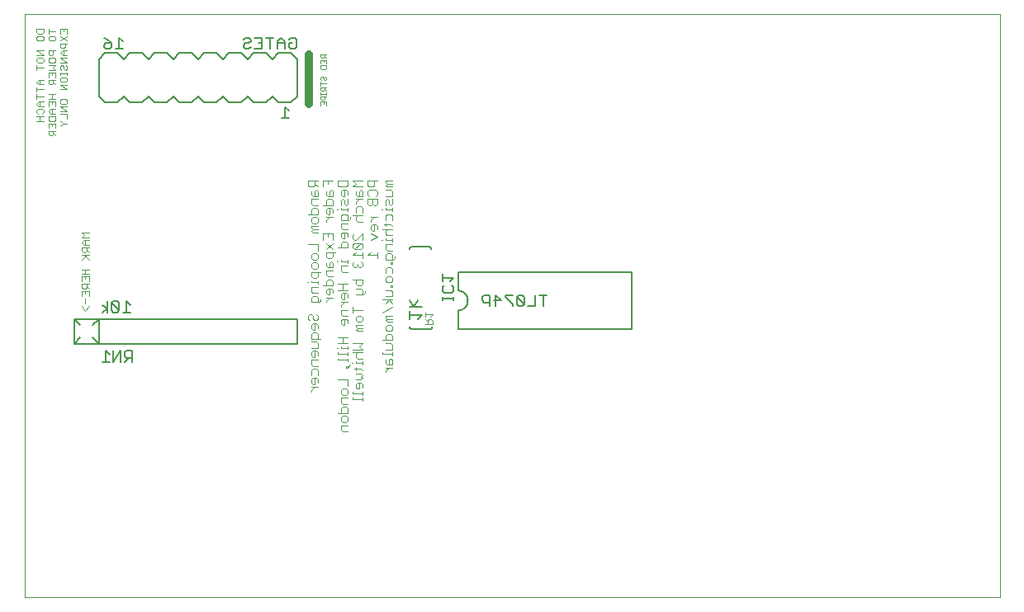
<source format=gbo>
G75*
G70*
%OFA0B0*%
%FSLAX24Y24*%
%IPPOS*%
%LPD*%
%AMOC8*
5,1,8,0,0,1.08239X$1,22.5*
%
%ADD10C,0.0000*%
%ADD11C,0.0320*%
%ADD12C,0.0020*%
%ADD13C,0.0030*%
%ADD14C,0.0040*%
%ADD15C,0.0060*%
%ADD16C,0.0050*%
D10*
X000180Y000680D02*
X000180Y024251D01*
X039550Y024251D01*
X039550Y000680D01*
X000180Y000680D01*
D11*
X011667Y020629D02*
X011667Y022629D01*
D12*
X012136Y022623D02*
X012136Y022513D01*
X012173Y022476D01*
X012246Y022476D01*
X012283Y022513D01*
X012283Y022623D01*
X012356Y022623D02*
X012136Y022623D01*
X012283Y022550D02*
X012356Y022476D01*
X012356Y022402D02*
X012356Y022255D01*
X012356Y022181D02*
X012356Y022071D01*
X012319Y022034D01*
X012173Y022034D01*
X012136Y022071D01*
X012136Y022181D01*
X012356Y022181D01*
X012246Y022329D02*
X012246Y022402D01*
X012136Y022402D02*
X012356Y022402D01*
X012136Y022402D02*
X012136Y022255D01*
X012173Y021739D02*
X012209Y021739D01*
X012246Y021702D01*
X012246Y021629D01*
X012283Y021592D01*
X012319Y021592D01*
X012356Y021629D01*
X012356Y021702D01*
X012319Y021739D01*
X012173Y021739D02*
X012136Y021702D01*
X012136Y021629D01*
X012173Y021592D01*
X012136Y021518D02*
X012136Y021371D01*
X012136Y021445D02*
X012356Y021445D01*
X012356Y021297D02*
X012136Y021297D01*
X012136Y021187D01*
X012173Y021150D01*
X012246Y021150D01*
X012283Y021187D01*
X012283Y021297D01*
X012283Y021224D02*
X012356Y021150D01*
X012356Y021076D02*
X012356Y021003D01*
X012356Y021039D02*
X012136Y021039D01*
X012136Y021003D02*
X012136Y021076D01*
X012136Y020929D02*
X012136Y020819D01*
X012173Y020782D01*
X012246Y020782D01*
X012283Y020819D01*
X012283Y020929D01*
X012356Y020929D02*
X012136Y020929D01*
X012136Y020708D02*
X012356Y020708D01*
X012356Y020561D01*
X012246Y020634D02*
X012246Y020708D01*
X012136Y020708D02*
X012136Y020561D01*
D13*
X012242Y017523D02*
X012242Y017276D01*
X012366Y017092D02*
X012366Y016969D01*
X012427Y016907D01*
X012613Y016907D01*
X012613Y017092D01*
X012551Y017154D01*
X012489Y017092D01*
X012489Y016907D01*
X012427Y016786D02*
X012366Y016724D01*
X012366Y016539D01*
X012242Y016539D02*
X012613Y016539D01*
X012613Y016724D01*
X012551Y016786D01*
X012427Y016786D01*
X012427Y016418D02*
X012366Y016356D01*
X012366Y016232D01*
X012427Y016171D01*
X012489Y016171D01*
X012489Y016418D01*
X012551Y016418D02*
X012427Y016418D01*
X012551Y016418D02*
X012613Y016356D01*
X012613Y016232D01*
X012613Y016049D02*
X012366Y016049D01*
X012489Y016049D02*
X012366Y015926D01*
X012366Y015864D01*
X012013Y015864D02*
X012013Y015988D01*
X011951Y016049D01*
X011827Y016049D01*
X011766Y015988D01*
X011766Y015864D01*
X011827Y015802D01*
X011951Y015802D01*
X012013Y015864D01*
X012013Y015681D02*
X011766Y015681D01*
X011766Y015619D01*
X011827Y015557D01*
X011766Y015496D01*
X011827Y015434D01*
X012013Y015434D01*
X012013Y015557D02*
X011827Y015557D01*
X012242Y015374D02*
X012613Y015374D01*
X012613Y015127D01*
X012613Y015006D02*
X012366Y014759D01*
X012366Y014637D02*
X012366Y014452D01*
X012427Y014390D01*
X012551Y014390D01*
X012613Y014452D01*
X012613Y014637D01*
X012613Y014759D02*
X012366Y015006D01*
X012242Y015127D02*
X012242Y015374D01*
X012427Y015374D02*
X012427Y015251D01*
X012013Y014944D02*
X012013Y014697D01*
X011951Y014576D02*
X012013Y014514D01*
X012013Y014391D01*
X011951Y014329D01*
X011827Y014329D01*
X011766Y014391D01*
X011766Y014514D01*
X011827Y014576D01*
X011951Y014576D01*
X011951Y014208D02*
X012013Y014146D01*
X012013Y014023D01*
X011951Y013961D01*
X011827Y013961D01*
X011766Y014023D01*
X011766Y014146D01*
X011827Y014208D01*
X011951Y014208D01*
X012366Y014207D02*
X012366Y014084D01*
X012427Y014022D01*
X012613Y014022D01*
X012613Y014207D01*
X012551Y014269D01*
X012489Y014207D01*
X012489Y014022D01*
X012366Y013901D02*
X012366Y013716D01*
X012427Y013654D01*
X012613Y013654D01*
X012551Y013532D02*
X012427Y013532D01*
X012366Y013471D01*
X012366Y013286D01*
X012242Y013286D02*
X012613Y013286D01*
X012613Y013471D01*
X012551Y013532D01*
X012842Y013348D02*
X013213Y013348D01*
X013027Y013348D02*
X013027Y013101D01*
X013027Y012980D02*
X012966Y012918D01*
X012966Y012795D01*
X013027Y012733D01*
X013089Y012733D01*
X013089Y012980D01*
X013151Y012980D02*
X013027Y012980D01*
X013151Y012980D02*
X013213Y012918D01*
X013213Y012795D01*
X013213Y012612D02*
X012966Y012612D01*
X013089Y012612D02*
X012966Y012488D01*
X012966Y012426D01*
X012966Y012305D02*
X012966Y012120D01*
X013027Y012058D01*
X013213Y012058D01*
X013151Y011936D02*
X013027Y011936D01*
X012966Y011875D01*
X012966Y011751D01*
X013027Y011690D01*
X013089Y011690D01*
X013089Y011936D01*
X013151Y011936D02*
X013213Y011875D01*
X013213Y011751D01*
X013566Y011691D02*
X013566Y011629D01*
X013627Y011567D01*
X013566Y011506D01*
X013627Y011444D01*
X013813Y011444D01*
X013813Y011567D02*
X013627Y011567D01*
X013566Y011691D02*
X013813Y011691D01*
X013751Y011812D02*
X013627Y011812D01*
X013566Y011874D01*
X013566Y011997D01*
X013627Y012059D01*
X013751Y012059D01*
X013813Y011997D01*
X013813Y011874D01*
X013751Y011812D01*
X013442Y012181D02*
X013442Y012427D01*
X013442Y012304D02*
X013813Y012304D01*
X013213Y012305D02*
X012966Y012305D01*
X012613Y012796D02*
X012366Y012796D01*
X012489Y012796D02*
X012366Y012672D01*
X012366Y012611D01*
X012136Y012672D02*
X012074Y012610D01*
X011766Y012610D01*
X011766Y012795D01*
X011827Y012857D01*
X011951Y012857D01*
X012013Y012795D01*
X012013Y012610D01*
X012136Y012672D02*
X012136Y012734D01*
X012013Y012979D02*
X011827Y012979D01*
X011766Y013040D01*
X011766Y013225D01*
X012013Y013225D01*
X012013Y013348D02*
X012013Y013471D01*
X012013Y013409D02*
X011766Y013409D01*
X011766Y013471D01*
X011827Y013592D02*
X011951Y013592D01*
X012013Y013654D01*
X012013Y013839D01*
X012136Y013839D02*
X011766Y013839D01*
X011766Y013654D01*
X011827Y013592D01*
X011642Y013409D02*
X011580Y013409D01*
X012366Y013102D02*
X012366Y012979D01*
X012427Y012917D01*
X012489Y012917D01*
X012489Y013164D01*
X012551Y013164D02*
X012427Y013164D01*
X012366Y013102D01*
X012551Y013164D02*
X012613Y013102D01*
X012613Y012979D01*
X012842Y013101D02*
X013213Y013101D01*
X013566Y013164D02*
X013751Y013164D01*
X013813Y013102D01*
X013813Y012917D01*
X013874Y012917D02*
X013936Y012979D01*
X013936Y013041D01*
X013874Y012917D02*
X013566Y012917D01*
X013627Y013286D02*
X013566Y013347D01*
X013566Y013532D01*
X013442Y013532D02*
X013813Y013532D01*
X013813Y013347D01*
X013751Y013286D01*
X013627Y013286D01*
X013213Y013838D02*
X013027Y013838D01*
X012966Y013900D01*
X012966Y014085D01*
X013213Y014085D01*
X013213Y014207D02*
X013213Y014330D01*
X013213Y014269D02*
X012966Y014269D01*
X012966Y014330D01*
X012842Y014269D02*
X012780Y014269D01*
X012736Y014637D02*
X012366Y014637D01*
X012013Y014944D02*
X011642Y014944D01*
X012842Y014820D02*
X013213Y014820D01*
X013213Y015005D01*
X013151Y015067D01*
X013027Y015067D01*
X012966Y015005D01*
X012966Y014820D01*
X013442Y014821D02*
X013442Y014944D01*
X013504Y015006D01*
X013751Y015006D01*
X013504Y014759D01*
X013751Y014759D01*
X013813Y014821D01*
X013813Y014944D01*
X013751Y015006D01*
X013813Y015127D02*
X013813Y015374D01*
X013566Y015127D01*
X013504Y015127D01*
X013442Y015189D01*
X013442Y015312D01*
X013504Y015374D01*
X013213Y015374D02*
X013151Y015435D01*
X013027Y015435D01*
X012966Y015374D01*
X012966Y015250D01*
X013027Y015189D01*
X013089Y015189D01*
X013089Y015435D01*
X013027Y015557D02*
X013213Y015557D01*
X013213Y015374D02*
X013213Y015250D01*
X013027Y015557D02*
X012966Y015619D01*
X012966Y015804D01*
X013213Y015804D01*
X013213Y015925D02*
X013213Y016110D01*
X013151Y016172D01*
X013027Y016172D01*
X012966Y016110D01*
X012966Y015925D01*
X013274Y015925D01*
X013336Y015987D01*
X013336Y016049D01*
X013442Y016111D02*
X013813Y016111D01*
X013813Y016232D02*
X013813Y016417D01*
X013751Y016479D01*
X013627Y016479D01*
X013566Y016417D01*
X013566Y016232D01*
X013627Y016111D02*
X013566Y016049D01*
X013566Y015925D01*
X013627Y015864D01*
X013813Y015864D01*
X014166Y015864D02*
X014166Y015926D01*
X014289Y016049D01*
X014166Y016049D02*
X014413Y016049D01*
X014351Y015742D02*
X014227Y015742D01*
X014166Y015681D01*
X014166Y015557D01*
X014227Y015495D01*
X014289Y015495D01*
X014289Y015742D01*
X014351Y015742D02*
X014413Y015681D01*
X014413Y015557D01*
X014642Y015558D02*
X015013Y015558D01*
X015013Y015680D02*
X014951Y015742D01*
X014704Y015742D01*
X014766Y015804D02*
X014766Y015680D01*
X014827Y015558D02*
X014766Y015496D01*
X014766Y015373D01*
X014827Y015311D01*
X015013Y015311D01*
X015013Y015190D02*
X015013Y015066D01*
X015013Y015128D02*
X014766Y015128D01*
X014766Y015190D01*
X014642Y015128D02*
X014580Y015128D01*
X014413Y015251D02*
X014166Y015127D01*
X014166Y015374D02*
X014413Y015251D01*
X014766Y014944D02*
X014766Y014759D01*
X014827Y014697D01*
X015013Y014697D01*
X014951Y014576D02*
X014827Y014576D01*
X014766Y014514D01*
X014766Y014329D01*
X015074Y014329D01*
X015136Y014391D01*
X015136Y014453D01*
X015013Y014514D02*
X015013Y014329D01*
X015013Y014208D02*
X015013Y014146D01*
X014951Y014146D01*
X014951Y014208D01*
X015013Y014208D01*
X014951Y014024D02*
X014827Y014024D01*
X014766Y013962D01*
X014766Y013777D01*
X014827Y013655D02*
X014951Y013655D01*
X015013Y013593D01*
X015013Y013470D01*
X014951Y013408D01*
X014827Y013408D01*
X014766Y013470D01*
X014766Y013593D01*
X014827Y013655D01*
X015013Y013777D02*
X015013Y013962D01*
X014951Y014024D01*
X015013Y014514D02*
X014951Y014576D01*
X015013Y014944D02*
X014766Y014944D01*
X014413Y014637D02*
X014413Y014390D01*
X014413Y014514D02*
X014042Y014514D01*
X014166Y014637D01*
X013813Y014637D02*
X013813Y014390D01*
X013813Y014514D02*
X013442Y014514D01*
X013566Y014637D01*
X013504Y014759D02*
X013442Y014821D01*
X013504Y014269D02*
X013442Y014207D01*
X013442Y014084D01*
X013504Y014022D01*
X013566Y014022D01*
X013627Y014084D01*
X013689Y014022D01*
X013751Y014022D01*
X013813Y014084D01*
X013813Y014207D01*
X013751Y014269D01*
X013627Y014146D02*
X013627Y014084D01*
X012613Y013901D02*
X012366Y013901D01*
X014766Y013103D02*
X014951Y013103D01*
X015013Y013041D01*
X015013Y012856D01*
X014766Y012856D01*
X014889Y012734D02*
X014766Y012549D01*
X014889Y012734D02*
X015013Y012549D01*
X015013Y012427D02*
X014642Y012181D01*
X014766Y012059D02*
X014766Y011997D01*
X014827Y011936D01*
X014766Y011874D01*
X014827Y011812D01*
X015013Y011812D01*
X015013Y011936D02*
X014827Y011936D01*
X014766Y012059D02*
X015013Y012059D01*
X014951Y011691D02*
X014827Y011691D01*
X014766Y011629D01*
X014766Y011506D01*
X014827Y011444D01*
X014951Y011444D01*
X015013Y011506D01*
X015013Y011629D01*
X014951Y011691D01*
X014951Y011323D02*
X014827Y011323D01*
X014766Y011261D01*
X014766Y011076D01*
X014766Y010954D02*
X014951Y010954D01*
X015013Y010893D01*
X015013Y010707D01*
X014766Y010707D01*
X014642Y010586D02*
X014642Y010524D01*
X015013Y010524D01*
X015013Y010586D02*
X015013Y010462D01*
X014951Y010340D02*
X014889Y010279D01*
X014889Y010093D01*
X014827Y010093D02*
X015013Y010093D01*
X015013Y010279D01*
X014951Y010340D01*
X014766Y010279D02*
X014766Y010155D01*
X014827Y010093D01*
X014766Y009972D02*
X015013Y009972D01*
X014889Y009972D02*
X014766Y009849D01*
X014766Y009787D01*
X013813Y009849D02*
X013751Y009910D01*
X013504Y009910D01*
X013566Y009849D02*
X013566Y009972D01*
X013566Y010156D02*
X013813Y010156D01*
X013813Y010218D02*
X013813Y010094D01*
X013813Y010339D02*
X013627Y010339D01*
X013566Y010401D01*
X013566Y010524D01*
X013627Y010586D01*
X013442Y010586D02*
X013813Y010586D01*
X013813Y010707D02*
X013442Y010707D01*
X013213Y010708D02*
X013213Y010831D01*
X013213Y010770D02*
X012966Y010770D01*
X012966Y010831D01*
X013027Y010953D02*
X013027Y011200D01*
X012842Y011200D02*
X013213Y011200D01*
X013213Y010953D02*
X012842Y010953D01*
X012842Y010770D02*
X012780Y010770D01*
X012842Y010586D02*
X012842Y010524D01*
X013213Y010524D01*
X013213Y010586D02*
X013213Y010462D01*
X013213Y010340D02*
X013213Y010217D01*
X013213Y010279D02*
X012842Y010279D01*
X012842Y010340D01*
X013151Y010033D02*
X013213Y010033D01*
X013213Y009971D01*
X013151Y009971D01*
X013151Y010033D01*
X013213Y009971D02*
X013336Y010095D01*
X013380Y010156D02*
X013442Y010156D01*
X013566Y010156D02*
X013566Y010218D01*
X013566Y009727D02*
X013751Y009727D01*
X013813Y009665D01*
X013751Y009603D01*
X013813Y009541D01*
X013751Y009480D01*
X013566Y009480D01*
X013627Y009358D02*
X013566Y009296D01*
X013566Y009173D01*
X013627Y009111D01*
X013689Y009111D01*
X013689Y009358D01*
X013751Y009358D02*
X013627Y009358D01*
X013751Y009358D02*
X013813Y009296D01*
X013813Y009173D01*
X013813Y008990D02*
X013813Y008866D01*
X013813Y008928D02*
X013442Y008928D01*
X013442Y008990D01*
X013213Y009051D02*
X013213Y008927D01*
X013151Y008866D01*
X013027Y008866D01*
X012966Y008927D01*
X012966Y009051D01*
X013027Y009113D01*
X013151Y009113D01*
X013213Y009051D01*
X013213Y009234D02*
X013213Y009481D01*
X012842Y009481D01*
X012966Y008744D02*
X012966Y008559D01*
X013027Y008497D01*
X013213Y008497D01*
X013151Y008376D02*
X013027Y008376D01*
X012966Y008314D01*
X012966Y008129D01*
X012842Y008129D02*
X013213Y008129D01*
X013213Y008314D01*
X013151Y008376D01*
X013151Y008008D02*
X013213Y007946D01*
X013213Y007823D01*
X013151Y007761D01*
X013027Y007761D01*
X012966Y007823D01*
X012966Y007946D01*
X013027Y008008D01*
X013151Y008008D01*
X013213Y007639D02*
X012966Y007639D01*
X012966Y007454D01*
X013027Y007393D01*
X013213Y007393D01*
X013442Y008683D02*
X013813Y008683D01*
X013813Y008744D02*
X013813Y008621D01*
X013442Y008683D02*
X013442Y008744D01*
X013213Y008744D02*
X012966Y008744D01*
X012013Y009174D02*
X011766Y009174D01*
X011889Y009174D02*
X011766Y009051D01*
X011766Y008989D01*
X011827Y009295D02*
X011889Y009295D01*
X011889Y009542D01*
X011827Y009542D02*
X011766Y009481D01*
X011766Y009357D01*
X011827Y009295D01*
X012013Y009357D02*
X012013Y009481D01*
X011951Y009542D01*
X011827Y009542D01*
X011766Y009664D02*
X011766Y009849D01*
X011827Y009911D01*
X011951Y009911D01*
X012013Y009849D01*
X012013Y009664D01*
X012013Y010032D02*
X011827Y010032D01*
X011766Y010094D01*
X011766Y010279D01*
X012013Y010279D01*
X011889Y010400D02*
X011889Y010647D01*
X011827Y010647D02*
X011766Y010586D01*
X011766Y010462D01*
X011827Y010400D01*
X011889Y010400D01*
X012013Y010462D02*
X012013Y010586D01*
X011951Y010647D01*
X011827Y010647D01*
X011766Y010769D02*
X012013Y010769D01*
X012013Y010954D01*
X011951Y011016D01*
X011766Y011016D01*
X011766Y011137D02*
X011766Y011322D01*
X011827Y011384D01*
X011951Y011384D01*
X012013Y011322D01*
X012013Y011137D01*
X012136Y011137D02*
X011766Y011137D01*
X011827Y011505D02*
X011889Y011505D01*
X011889Y011752D01*
X011827Y011752D02*
X011766Y011691D01*
X011766Y011567D01*
X011827Y011505D01*
X012013Y011567D02*
X012013Y011691D01*
X011951Y011752D01*
X011827Y011752D01*
X011889Y011874D02*
X011951Y011874D01*
X012013Y011935D01*
X012013Y012059D01*
X011951Y012121D01*
X011827Y012059D02*
X011827Y011935D01*
X011889Y011874D01*
X011704Y011874D02*
X011642Y011935D01*
X011642Y012059D01*
X011704Y012121D01*
X011766Y012121D01*
X011827Y012059D01*
X013442Y010954D02*
X013813Y010954D01*
X013689Y010831D01*
X013813Y010707D01*
X014642Y011076D02*
X015013Y011076D01*
X015013Y011261D01*
X014951Y011323D01*
X016364Y011719D02*
X016654Y011719D01*
X016654Y011864D01*
X016606Y011913D01*
X016509Y011913D01*
X016461Y011864D01*
X016461Y011719D01*
X016461Y011816D02*
X016364Y011913D01*
X016364Y012014D02*
X016364Y012207D01*
X016364Y012111D02*
X016654Y012111D01*
X016557Y012014D01*
X015013Y012734D02*
X014642Y012734D01*
X014951Y013225D02*
X015013Y013225D01*
X015013Y013287D01*
X014951Y013287D01*
X014951Y013225D01*
X015013Y015925D02*
X015013Y016110D01*
X014951Y016172D01*
X014827Y016172D01*
X014766Y016110D01*
X014766Y015925D01*
X014766Y016356D02*
X015013Y016356D01*
X015013Y016418D02*
X015013Y016294D01*
X014951Y016539D02*
X014889Y016601D01*
X014889Y016724D01*
X014827Y016786D01*
X014766Y016724D01*
X014766Y016539D01*
X014766Y016418D02*
X014766Y016356D01*
X014642Y016356D02*
X014580Y016356D01*
X014351Y016539D02*
X014413Y016601D01*
X014413Y016786D01*
X014042Y016786D01*
X014042Y016601D01*
X014104Y016539D01*
X014166Y016539D01*
X014227Y016601D01*
X014227Y016786D01*
X014104Y016907D02*
X014042Y016969D01*
X014042Y017092D01*
X014104Y017154D01*
X014351Y017154D01*
X014413Y017092D01*
X014413Y016969D01*
X014351Y016907D01*
X014227Y017276D02*
X014289Y017337D01*
X014289Y017523D01*
X014413Y017523D02*
X014042Y017523D01*
X014042Y017337D01*
X014104Y017276D01*
X014227Y017276D01*
X013813Y017276D02*
X013442Y017276D01*
X013566Y017399D01*
X013442Y017523D01*
X013813Y017523D01*
X013751Y017154D02*
X013689Y017092D01*
X013689Y016907D01*
X013627Y016907D02*
X013813Y016907D01*
X013813Y017092D01*
X013751Y017154D01*
X013566Y017092D02*
X013566Y016969D01*
X013627Y016907D01*
X013566Y016786D02*
X013813Y016786D01*
X013689Y016786D02*
X013566Y016662D01*
X013566Y016601D01*
X013213Y016601D02*
X013213Y016786D01*
X013089Y016724D02*
X013027Y016786D01*
X012966Y016724D01*
X012966Y016539D01*
X012966Y016418D02*
X012966Y016356D01*
X013213Y016356D01*
X013213Y016418D02*
X013213Y016294D01*
X013151Y016539D02*
X013089Y016601D01*
X013089Y016724D01*
X013213Y016601D02*
X013151Y016539D01*
X012842Y016356D02*
X012780Y016356D01*
X012013Y016356D02*
X011951Y016418D01*
X011827Y016418D01*
X011766Y016356D01*
X011766Y016171D01*
X011642Y016171D02*
X012013Y016171D01*
X012013Y016356D01*
X012013Y016539D02*
X011827Y016539D01*
X011766Y016601D01*
X011766Y016786D01*
X012013Y016786D01*
X012013Y016907D02*
X012013Y017092D01*
X011951Y017154D01*
X011889Y017092D01*
X011889Y016907D01*
X011827Y016907D02*
X012013Y016907D01*
X011827Y016907D02*
X011766Y016969D01*
X011766Y017092D01*
X011827Y017276D02*
X011889Y017337D01*
X011889Y017523D01*
X012013Y017523D02*
X011642Y017523D01*
X011642Y017337D01*
X011704Y017276D01*
X011827Y017276D01*
X011889Y017399D02*
X012013Y017276D01*
X012242Y017523D02*
X012613Y017523D01*
X012427Y017523D02*
X012427Y017399D01*
X012842Y017337D02*
X012842Y017523D01*
X013213Y017523D01*
X013213Y017337D01*
X013151Y017276D01*
X012904Y017276D01*
X012842Y017337D01*
X013027Y017154D02*
X012966Y017092D01*
X012966Y016969D01*
X013027Y016907D01*
X013089Y016907D01*
X013089Y017154D01*
X013151Y017154D02*
X013027Y017154D01*
X013151Y017154D02*
X013213Y017092D01*
X013213Y016969D01*
X014227Y016601D02*
X014289Y016539D01*
X014351Y016539D01*
X014766Y016907D02*
X015013Y016907D01*
X015013Y017092D01*
X014951Y017154D01*
X014766Y017154D01*
X014827Y017276D02*
X015013Y017276D01*
X015013Y017399D02*
X014827Y017399D01*
X014766Y017337D01*
X014827Y017276D01*
X014827Y017399D02*
X014766Y017461D01*
X014766Y017523D01*
X015013Y017523D01*
X015013Y016786D02*
X015013Y016601D01*
X014951Y016539D01*
X002790Y015413D02*
X002500Y015413D01*
X002597Y015316D01*
X002500Y015219D01*
X002790Y015219D01*
X002790Y015118D02*
X002597Y015118D01*
X002500Y015021D01*
X002597Y014924D01*
X002790Y014924D01*
X002790Y014823D02*
X002500Y014823D01*
X002500Y014678D01*
X002548Y014630D01*
X002645Y014630D01*
X002693Y014678D01*
X002693Y014823D01*
X002693Y014726D02*
X002790Y014630D01*
X002790Y014529D02*
X002500Y014529D01*
X002645Y014480D02*
X002790Y014335D01*
X002693Y014529D02*
X002500Y014335D01*
X002500Y013939D02*
X002790Y013939D01*
X002645Y013939D02*
X002645Y013746D01*
X002645Y013645D02*
X002645Y013548D01*
X002790Y013645D02*
X002790Y013451D01*
X002790Y013350D02*
X002500Y013350D01*
X002500Y013205D01*
X002548Y013156D01*
X002645Y013156D01*
X002693Y013205D01*
X002693Y013350D01*
X002693Y013253D02*
X002790Y013156D01*
X002790Y013055D02*
X002790Y012862D01*
X002645Y012959D02*
X002645Y013055D01*
X002500Y013055D02*
X002790Y013055D01*
X002500Y013055D02*
X002500Y012862D01*
X002645Y012761D02*
X002645Y012567D01*
X002790Y012466D02*
X002645Y012272D01*
X002500Y012466D01*
X002500Y013451D02*
X002500Y013645D01*
X002790Y013645D01*
X002790Y013746D02*
X002500Y013746D01*
X002645Y014924D02*
X002645Y015118D01*
D14*
X001430Y019348D02*
X001337Y019441D01*
X001337Y019395D02*
X001337Y019535D01*
X001430Y019535D02*
X001150Y019535D01*
X001150Y019395D01*
X001196Y019348D01*
X001290Y019348D01*
X001337Y019395D01*
X001430Y019643D02*
X001430Y019830D01*
X001150Y019830D01*
X001150Y019643D01*
X001290Y019736D02*
X001290Y019830D01*
X001383Y019937D02*
X001196Y019937D01*
X001150Y019984D01*
X001150Y020124D01*
X001430Y020124D01*
X001430Y019984D01*
X001383Y019937D01*
X001630Y019928D02*
X001676Y019928D01*
X001770Y019834D01*
X001910Y019834D01*
X001770Y019834D02*
X001676Y019741D01*
X001630Y019741D01*
X001910Y020036D02*
X001910Y020222D01*
X001630Y020222D01*
X001630Y020330D02*
X001910Y020330D01*
X001630Y020517D01*
X001910Y020517D01*
X001863Y020625D02*
X001676Y020625D01*
X001630Y020672D01*
X001630Y020765D01*
X001676Y020812D01*
X001863Y020812D01*
X001910Y020765D01*
X001910Y020672D01*
X001863Y020625D01*
X001430Y020713D02*
X001430Y020527D01*
X001430Y020419D02*
X001243Y020419D01*
X001150Y020325D01*
X001243Y020232D01*
X001430Y020232D01*
X001290Y020232D02*
X001290Y020419D01*
X001150Y020527D02*
X001150Y020713D01*
X001430Y020713D01*
X001430Y020821D02*
X001150Y020821D01*
X001290Y020821D02*
X001290Y021008D01*
X001430Y021008D02*
X001150Y021008D01*
X000950Y020915D02*
X000670Y020915D01*
X000670Y021008D02*
X000670Y020821D01*
X000763Y020713D02*
X000670Y020620D01*
X000763Y020527D01*
X000950Y020527D01*
X000903Y020419D02*
X000950Y020372D01*
X000950Y020279D01*
X000903Y020232D01*
X000950Y020124D02*
X000670Y020124D01*
X000716Y020232D02*
X000670Y020279D01*
X000670Y020372D01*
X000716Y020419D01*
X000903Y020419D01*
X000810Y020527D02*
X000810Y020713D01*
X000763Y020713D02*
X000950Y020713D01*
X001290Y020713D02*
X001290Y020620D01*
X000810Y020124D02*
X000810Y019937D01*
X000670Y019937D02*
X000950Y019937D01*
X000670Y021116D02*
X000670Y021303D01*
X000670Y021209D02*
X000950Y021209D01*
X000950Y021411D02*
X000763Y021411D01*
X000670Y021504D01*
X000763Y021597D01*
X000950Y021597D01*
X000810Y021597D02*
X000810Y021411D01*
X001150Y021457D02*
X001196Y021411D01*
X001290Y021411D01*
X001337Y021457D01*
X001337Y021597D01*
X001337Y021504D02*
X001430Y021411D01*
X001430Y021597D02*
X001150Y021597D01*
X001150Y021457D01*
X001150Y021705D02*
X001150Y021892D01*
X001430Y021892D01*
X001430Y021705D01*
X001290Y021799D02*
X001290Y021892D01*
X001430Y022000D02*
X001150Y022000D01*
X001150Y022187D02*
X001430Y022187D01*
X001337Y022093D01*
X001430Y022000D01*
X001630Y022047D02*
X001630Y022140D01*
X001676Y022187D01*
X001723Y022187D01*
X001770Y022140D01*
X001770Y022047D01*
X001817Y022000D01*
X001863Y022000D01*
X001910Y022047D01*
X001910Y022140D01*
X001863Y022187D01*
X001910Y022295D02*
X001630Y022295D01*
X001630Y022481D02*
X001910Y022295D01*
X001910Y022481D02*
X001630Y022481D01*
X001723Y022589D02*
X001910Y022589D01*
X001770Y022589D02*
X001770Y022776D01*
X001723Y022776D02*
X001630Y022683D01*
X001723Y022589D01*
X001723Y022776D02*
X001910Y022776D01*
X001770Y022884D02*
X001817Y022931D01*
X001817Y023071D01*
X001910Y023071D02*
X001630Y023071D01*
X001630Y022931D01*
X001676Y022884D01*
X001770Y022884D01*
X001910Y023179D02*
X001630Y023365D01*
X001630Y023473D02*
X001630Y023660D01*
X001910Y023660D01*
X001910Y023473D01*
X001910Y023365D02*
X001630Y023179D01*
X001430Y023225D02*
X001383Y023179D01*
X001196Y023179D01*
X001150Y023225D01*
X001150Y023319D01*
X001196Y023365D01*
X001383Y023365D01*
X001430Y023319D01*
X001430Y023225D01*
X001430Y023567D02*
X001150Y023567D01*
X001150Y023660D02*
X001150Y023473D01*
X000950Y023520D02*
X000903Y023473D01*
X000716Y023473D01*
X000670Y023520D01*
X000670Y023660D01*
X000950Y023660D01*
X000950Y023520D01*
X000903Y023365D02*
X000716Y023365D01*
X000670Y023319D01*
X000670Y023225D01*
X000716Y023179D01*
X000903Y023179D01*
X000950Y023225D01*
X000950Y023319D01*
X000903Y023365D01*
X000950Y022776D02*
X000670Y022776D01*
X000950Y022589D01*
X000670Y022589D01*
X000716Y022481D02*
X000903Y022481D01*
X000950Y022435D01*
X000950Y022341D01*
X000903Y022295D01*
X000716Y022295D01*
X000670Y022341D01*
X000670Y022435D01*
X000716Y022481D01*
X000670Y022187D02*
X000670Y022000D01*
X000670Y022093D02*
X000950Y022093D01*
X001196Y022295D02*
X001150Y022341D01*
X001150Y022435D01*
X001196Y022481D01*
X001383Y022481D01*
X001430Y022435D01*
X001430Y022341D01*
X001383Y022295D01*
X001196Y022295D01*
X001196Y022589D02*
X001290Y022589D01*
X001337Y022636D01*
X001337Y022776D01*
X001430Y022776D02*
X001150Y022776D01*
X001150Y022636D01*
X001196Y022589D01*
X001630Y022047D02*
X001676Y022000D01*
X001630Y021892D02*
X001630Y021799D01*
X001630Y021845D02*
X001910Y021845D01*
X001910Y021799D02*
X001910Y021892D01*
X001863Y021696D02*
X001910Y021649D01*
X001910Y021556D01*
X001863Y021509D01*
X001676Y021509D01*
X001630Y021556D01*
X001630Y021649D01*
X001676Y021696D01*
X001863Y021696D01*
X001910Y021401D02*
X001630Y021401D01*
X001910Y021214D01*
X001630Y021214D01*
X001770Y023567D02*
X001770Y023660D01*
D15*
X003180Y022430D02*
X003430Y022680D01*
X003930Y022680D01*
X004180Y022430D01*
X004430Y022680D01*
X004930Y022680D01*
X005180Y022430D01*
X005430Y022680D01*
X005930Y022680D01*
X006180Y022430D01*
X006430Y022680D01*
X006930Y022680D01*
X007180Y022430D01*
X007430Y022680D01*
X007930Y022680D01*
X008180Y022430D01*
X008430Y022680D01*
X008930Y022680D01*
X009180Y022430D01*
X009430Y022680D01*
X009930Y022680D01*
X010180Y022430D01*
X010430Y022680D01*
X010930Y022680D01*
X011180Y022430D01*
X011180Y020930D01*
X010930Y020680D01*
X010430Y020680D01*
X010180Y020930D01*
X009930Y020680D01*
X009430Y020680D01*
X009180Y020930D01*
X008930Y020680D01*
X008430Y020680D01*
X008180Y020930D01*
X007930Y020680D01*
X007430Y020680D01*
X007180Y020930D01*
X006930Y020680D01*
X006430Y020680D01*
X006180Y020930D01*
X005930Y020680D01*
X005430Y020680D01*
X005180Y020930D01*
X004930Y020680D01*
X004430Y020680D01*
X004180Y020930D01*
X003930Y020680D01*
X003430Y020680D01*
X003180Y020930D01*
X003180Y022430D01*
X015830Y014863D02*
X016491Y014863D01*
X016508Y014861D01*
X016525Y014857D01*
X016541Y014850D01*
X016555Y014840D01*
X016568Y014827D01*
X016578Y014813D01*
X016585Y014797D01*
X016589Y014780D01*
X016591Y014763D01*
X015830Y014863D02*
X015813Y014861D01*
X015796Y014857D01*
X015780Y014850D01*
X015766Y014840D01*
X015753Y014827D01*
X015743Y014813D01*
X015736Y014797D01*
X015732Y014780D01*
X015730Y014763D01*
X017680Y013830D02*
X017680Y013080D01*
X017719Y013078D01*
X017758Y013072D01*
X017796Y013063D01*
X017833Y013050D01*
X017869Y013033D01*
X017902Y013013D01*
X017934Y012989D01*
X017963Y012963D01*
X017989Y012934D01*
X018013Y012902D01*
X018033Y012869D01*
X018050Y012833D01*
X018063Y012796D01*
X018072Y012758D01*
X018078Y012719D01*
X018080Y012680D01*
X018078Y012641D01*
X018072Y012602D01*
X018063Y012564D01*
X018050Y012527D01*
X018033Y012491D01*
X018013Y012458D01*
X017989Y012426D01*
X017963Y012397D01*
X017934Y012371D01*
X017902Y012347D01*
X017869Y012327D01*
X017833Y012310D01*
X017796Y012297D01*
X017758Y012288D01*
X017719Y012282D01*
X017680Y012280D01*
X017680Y011530D01*
X024680Y011530D01*
X024680Y013830D01*
X017680Y013830D01*
X016060Y012683D02*
X015894Y012432D01*
X015727Y012683D01*
X015727Y012432D02*
X016227Y012432D01*
X015727Y012250D02*
X015727Y011917D01*
X015727Y012084D02*
X016227Y012084D01*
X016060Y011917D01*
X015730Y011623D02*
X015732Y011606D01*
X015736Y011589D01*
X015743Y011573D01*
X015753Y011559D01*
X015766Y011546D01*
X015780Y011536D01*
X015796Y011529D01*
X015813Y011525D01*
X015830Y011523D01*
X016530Y011523D01*
X016547Y011525D01*
X016564Y011529D01*
X016580Y011536D01*
X016594Y011546D01*
X016607Y011559D01*
X016617Y011573D01*
X016624Y011589D01*
X016628Y011606D01*
X016630Y011623D01*
X011180Y011930D02*
X011180Y010930D01*
X003180Y010930D01*
X002180Y010930D01*
X002430Y011180D01*
X002180Y010930D02*
X002180Y011930D01*
X003180Y011930D01*
X011180Y011930D01*
X003180Y011930D02*
X003180Y010930D01*
X002930Y011180D01*
X002930Y011680D02*
X003180Y011930D01*
X002430Y011680D02*
X002180Y011930D01*
D16*
X003313Y012205D02*
X003539Y012355D01*
X003313Y012505D01*
X003539Y012655D02*
X003539Y012205D01*
X003699Y012280D02*
X003699Y012580D01*
X003999Y012280D01*
X003924Y012205D01*
X003774Y012205D01*
X003699Y012280D01*
X003999Y012280D02*
X003999Y012580D01*
X003924Y012655D01*
X003774Y012655D01*
X003699Y012580D01*
X004159Y012205D02*
X004459Y012205D01*
X004309Y012205D02*
X004309Y012655D01*
X004459Y012505D01*
X004536Y010655D02*
X004311Y010655D01*
X004236Y010580D01*
X004236Y010430D01*
X004311Y010355D01*
X004536Y010355D01*
X004386Y010355D02*
X004236Y010205D01*
X004076Y010205D02*
X004076Y010655D01*
X003776Y010205D01*
X003776Y010655D01*
X003615Y010505D02*
X003465Y010655D01*
X003465Y010205D01*
X003615Y010205D02*
X003315Y010205D01*
X004536Y010205D02*
X004536Y010655D01*
X017055Y012677D02*
X017055Y012827D01*
X017055Y012752D02*
X017505Y012752D01*
X017505Y012677D02*
X017505Y012827D01*
X017430Y012984D02*
X017130Y012984D01*
X017055Y013059D01*
X017055Y013209D01*
X017130Y013284D01*
X017055Y013445D02*
X017055Y013745D01*
X017055Y013595D02*
X017505Y013595D01*
X017355Y013445D01*
X017430Y013284D02*
X017505Y013209D01*
X017505Y013059D01*
X017430Y012984D01*
X018665Y012830D02*
X018665Y012680D01*
X018740Y012605D01*
X018965Y012605D01*
X018965Y012455D02*
X018965Y012905D01*
X018740Y012905D01*
X018665Y012830D01*
X019126Y012680D02*
X019426Y012680D01*
X019201Y012905D01*
X019201Y012455D01*
X019586Y012830D02*
X019886Y012530D01*
X019886Y012455D01*
X020046Y012530D02*
X020121Y012455D01*
X020272Y012455D01*
X020347Y012530D01*
X020046Y012830D01*
X020046Y012530D01*
X020046Y012830D02*
X020121Y012905D01*
X020272Y012905D01*
X020347Y012830D01*
X020347Y012530D01*
X020507Y012455D02*
X020807Y012455D01*
X020807Y012905D01*
X020967Y012905D02*
X021267Y012905D01*
X021117Y012905D02*
X021117Y012455D01*
X019886Y012905D02*
X019586Y012905D01*
X019586Y012830D01*
X010855Y020055D02*
X010555Y020055D01*
X010705Y020055D02*
X010705Y020505D01*
X010855Y020355D01*
X010930Y022855D02*
X010855Y022930D01*
X010855Y023080D01*
X011005Y023080D01*
X011155Y022930D02*
X011080Y022855D01*
X010930Y022855D01*
X010695Y022855D02*
X010695Y023155D01*
X010544Y023305D01*
X010394Y023155D01*
X010394Y022855D01*
X010394Y023080D02*
X010695Y023080D01*
X010855Y023230D02*
X010930Y023305D01*
X011080Y023305D01*
X011155Y023230D01*
X011155Y022930D01*
X010234Y023305D02*
X009934Y023305D01*
X010084Y023305D02*
X010084Y022855D01*
X009774Y022855D02*
X009474Y022855D01*
X009313Y022930D02*
X009238Y022855D01*
X009088Y022855D01*
X009013Y022930D01*
X009013Y023005D01*
X009088Y023080D01*
X009238Y023080D01*
X009313Y023155D01*
X009313Y023230D01*
X009238Y023305D01*
X009088Y023305D01*
X009013Y023230D01*
X009474Y023305D02*
X009774Y023305D01*
X009774Y022855D01*
X009774Y023080D02*
X009624Y023080D01*
X004155Y023155D02*
X004005Y023305D01*
X004005Y022855D01*
X004155Y022855D02*
X003855Y022855D01*
X003695Y022930D02*
X003620Y022855D01*
X003469Y022855D01*
X003394Y022930D01*
X003394Y023005D01*
X003469Y023080D01*
X003695Y023080D01*
X003695Y022930D01*
X003695Y023080D02*
X003544Y023230D01*
X003394Y023305D01*
M02*

</source>
